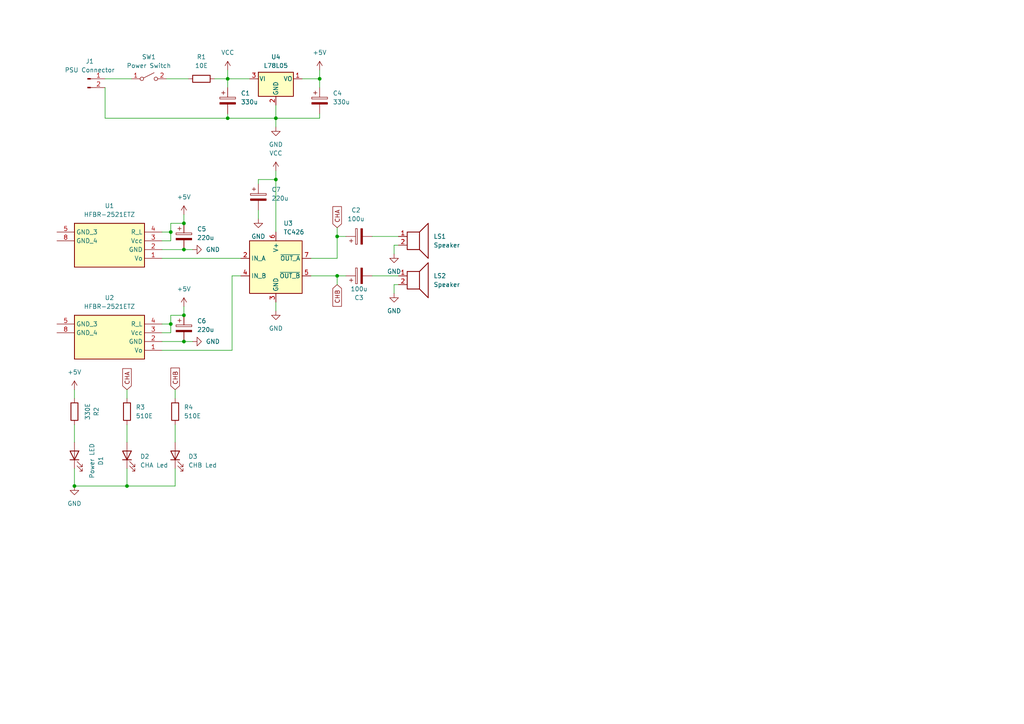
<source format=kicad_sch>
(kicad_sch (version 20230121) (generator eeschema)
  (paper "A4")
  (lib_symbols
    (symbol "Connector:Conn_01x02_Pin" (pin_names (offset 1.016) hide)
      (property "Reference" "J" (at 0 2.54 0))
      (property "Value" "Conn_01x02_Pin" (at 0 -5.08 0))
      (symbol "Conn_01x02_Pin_1_1"
        (polyline (pts (xy 1.27 -2.54) (xy 0.8636 -2.54)) (stroke (width 0.1524)))
        (polyline (pts (xy 1.27 0) (xy 0.8636 0)) (stroke (width 0.1524)))
        (rectangle (start 0.8636 -2.413) (end 0 -2.667) (stroke (width 0.1524)) (fill (type outline)))
        (rectangle (start 0.8636 0.127) (end 0 -0.127) (stroke (width 0.1524)) (fill (type outline)))
        (pin passive line (at 5.08 0 180) (length 3.81) (name "Pin_1") (number "1"))
        (pin passive line (at 5.08 -2.54 180) (length 3.81) (name "Pin_2") (number "2"))
      )
    )
    (symbol "Device:C_Polarized" (pin_numbers hide) (pin_names (offset 0.254))
      (property "Reference" "C" (at 0.635 2.54 0))
      (property "Value" "C_Polarized" (at 0.635 -2.54 0))
      (symbol "C_Polarized_0_1"
        (rectangle (start -2.286 0.508) (end 2.286 1.016))
        (polyline (pts (xy -1.778 2.286) (xy -0.762 2.286)))
        (polyline (pts (xy -1.27 2.794) (xy -1.27 1.778)))
        (rectangle (start 2.286 -0.508) (end -2.286 -1.016) (fill (type outline)))
      )
      (symbol "C_Polarized_1_1"
        (pin passive line (at 0 3.81 270) (length 2.794) (name "~") (number "1"))
        (pin passive line (at 0 -3.81 90) (length 2.794) (name "~") (number "2"))
      )
    )
    (symbol "Device:LED" (pin_numbers hide) (pin_names (offset 1.016) hide)
      (property "Reference" "D" (at 0 2.54 0))
      (property "Value" "LED" (at 0 -2.54 0))
      (symbol "LED_0_1"
        (polyline (pts (xy -1.27 -1.27) (xy -1.27 1.27)) (stroke (width 0.254)))
        (polyline (pts (xy -1.27 0) (xy 1.27 0)))
        (polyline (pts (xy 1.27 -1.27) (xy 1.27 1.27) (xy -1.27 0) (xy 1.27 -1.27)) (stroke (width 0.254)))
        (polyline (pts (xy -3.048 -0.762) (xy -4.572 -2.286) (xy -3.81 -2.286) (xy -4.572 -2.286) (xy -4.572 -1.524)))
        (polyline (pts (xy -1.778 -0.762) (xy -3.302 -2.286) (xy -2.54 -2.286) (xy -3.302 -2.286) (xy -3.302 -1.524)))
      )
      (symbol "LED_1_1"
        (pin passive line (at -3.81 0 0) (length 2.54) (name "K") (number "1"))
        (pin passive line (at 3.81 0 180) (length 2.54) (name "A") (number "2"))
      )
    )
    (symbol "Device:R" (pin_numbers hide) (pin_names (offset 0))
      (property "Reference" "R" (at 2.032 0 90))
      (property "Value" "R" (at 0 0 90))
      (symbol "R_0_1"
        (rectangle (start -1.016 -2.54) (end 1.016 2.54) (stroke (width 0.254)))
      )
      (symbol "R_1_1"
        (pin passive line (at 0 3.81 270) (length 1.27) (name "~") (number "1"))
        (pin passive line (at 0 -3.81 90) (length 1.27) (name "~") (number "2"))
      )
    )
    (symbol "Device:Speaker" (pin_names (offset 0) hide)
      (property "Reference" "LS" (at 1.27 5.715 0))
      (property "Value" "Speaker" (at 1.27 3.81 0))
      (symbol "Speaker_0_0"
        (rectangle (start -2.54 1.27) (end 1.016 -3.81) (stroke (width 0.254)))
        (polyline (pts (xy 1.016 1.27) (xy 3.556 3.81) (xy 3.556 -6.35) (xy 1.016 -3.81)) (stroke (width 0.254)))
      )
      (symbol "Speaker_1_1"
        (pin input line (at -5.08 0 0) (length 2.54) (name "1") (number "1"))
        (pin input line (at -5.08 -2.54 0) (length 2.54) (name "2") (number "2"))
      )
    )
    (symbol "Driver_FET:EL7212CN"
      (property "Reference" "U" (at -7.62 8.89 0))
      (property "Value" "EL7212CN" (at 1.27 8.89 0))
      (symbol "EL7212CN_0_1"
        (rectangle (start -7.62 -7.62) (end 7.62 7.62) (stroke (width 0.254)) (fill (type background)))
      )
      (symbol "EL7212CN_1_1"
        (pin no_connect line (at -7.62 0 0) (length 2.54) hide (name "NC") (number "1"))
        (pin input line (at -10.16 2.54 0) (length 2.54) (name "IN_A") (number "2"))
        (pin power_in line (at 0 -10.16 90) (length 2.54) (name "GND") (number "3"))
        (pin input line (at -10.16 -2.54 0) (length 2.54) (name "IN_B") (number "4"))
        (pin output line (at 10.16 -2.54 180) (length 2.54) (name "~{OUT_B}") (number "5"))
        (pin power_in line (at 0 10.16 270) (length 2.54) (name "V+") (number "6"))
        (pin output line (at 10.16 2.54 180) (length 2.54) (name "~{OUT_A}") (number "7"))
        (pin no_connect line (at 7.62 0 180) (length 2.54) hide (name "NC") (number "8"))
      )
    )
    (symbol "HFBR-2521ETZ_1"
      (property "Reference" "U1" (at 15.24 7.62 0))
      (property "Value" "HFBR-2521ETZ" (at 15.24 5.08 0))
      (symbol "HFBR-2521ETZ_1_1_1"
        (rectangle (start 5.08 2.54) (end 25.4 -10.16) (stroke (width 0.254)) (fill (type background)))
        (pin passive line (at 30.48 -7.62 180) (length 5.08) (name "Vo") (number "1"))
        (pin passive line (at 30.48 -5.08 180) (length 5.08) (name "GND") (number "2"))
        (pin passive line (at 30.48 -2.54 180) (length 5.08) (name "Vcc") (number "3"))
        (pin passive line (at 30.48 0 180) (length 5.08) (name "R_L") (number "4"))
        (pin passive line (at 0 0 0) (length 5.08) (name "GND_3") (number "5"))
        (pin passive line (at 0 -2.54 0) (length 5.08) (name "GND_4") (number "8"))
      )
    )
    (symbol "Regulator_Linear:L78L05_TO92" (pin_names (offset 0.254))
      (property "Reference" "U" (at -3.81 3.175 0))
      (property "Value" "L78L05_TO92" (at 0 3.175 0))
      (symbol "L78L05_TO92_0_1"
        (rectangle (start -5.08 -5.08) (end 5.08 1.905) (stroke (width 0.254)) (fill (type background)))
      )
      (symbol "L78L05_TO92_1_1"
        (pin power_out line (at 7.62 0 180) (length 2.54) (name "VO") (number "1"))
        (pin power_in line (at 0 -7.62 90) (length 2.54) (name "GND") (number "2"))
        (pin power_in line (at -7.62 0 0) (length 2.54) (name "VI") (number "3"))
      )
    )
    (symbol "Switch:SW_SPST" (pin_names (offset 0) hide)
      (property "Reference" "SW" (at 0 3.175 0))
      (property "Value" "SW_SPST" (at 0 -2.54 0))
      (symbol "SW_SPST_0_0"
        (circle (center -2.032 0) (radius 0.508))
        (polyline (pts (xy -1.524 0.254) (xy 1.524 1.778)))
        (circle (center 2.032 0) (radius 0.508))
      )
      (symbol "SW_SPST_1_1"
        (pin passive line (at -5.08 0 0) (length 2.54) (name "A") (number "1"))
        (pin passive line (at 5.08 0 180) (length 2.54) (name "B") (number "2"))
      )
    )
    (symbol "power:+5V" (power) (pin_names (offset 0))
      (property "Value" "+5V" (at 0 3.556 0))
      (symbol "+5V_0_1"
        (polyline (pts (xy -0.762 1.27) (xy 0 2.54)))
        (polyline (pts (xy 0 0) (xy 0 2.54)))
        (polyline (pts (xy 0 2.54) (xy 0.762 1.27)))
      )
      (symbol "+5V_1_1"
        (pin power_in line (at 0 0 90) (length 0) hide (name "+5V") (number "1"))
      )
    )
    (symbol "power:GND" (power) (pin_names (offset 0))
      (property "Value" "GND" (at 0 -3.81 0))
      (symbol "GND_0_1"
        (polyline (pts (xy 0 0) (xy 0 -1.27) (xy 1.27 -1.27) (xy 0 -2.54) (xy -1.27 -1.27) (xy 0 -1.27)))
      )
      (symbol "GND_1_1"
        (pin power_in line (at 0 0 270) (length 0) hide (name "GND") (number "1"))
      )
    )
    (symbol "power:VCC" (power) (pin_names (offset 0))
      (property "Value" "VCC" (at 0 3.81 0))
      (symbol "VCC_0_1"
        (polyline (pts (xy -0.762 1.27) (xy 0 2.54)))
        (polyline (pts (xy 0 0) (xy 0 2.54)))
        (polyline (pts (xy 0 2.54) (xy 0.762 1.27)))
      )
      (symbol "VCC_1_1"
        (pin power_in line (at 0 0 90) (length 0) hide (name "VCC") (number "1"))
      )
    )
  )
  (junction (at 21.59 140.97))
  (junction (at 66.04 34.29))
  (junction (at 49.53 67.31))
  (junction (at 36.83 140.97))
  (junction (at 53.34 64.77))
  (junction (at 53.34 99.06))
  (junction (at 97.79 68.58))
  (junction (at 53.34 91.44))
  (junction (at 53.34 72.39))
  (junction (at 66.04 22.86))
  (junction (at 92.71 22.86))
  (junction (at 80.01 52.07))
  (junction (at 80.01 34.29))
  (junction (at 49.53 93.98))
  (junction (at 97.79 80.01))
  (wire (pts (xy 53.34 64.77) (xy 49.53 64.77)))
  (wire (pts (xy 97.79 68.58) (xy 97.79 74.93)))
  (wire (pts (xy 80.01 52.07) (xy 80.01 67.31)))
  (wire (pts (xy 49.53 93.98) (xy 49.53 96.52)))
  (wire (pts (xy 46.99 74.93) (xy 69.85 74.93)))
  (wire (pts (xy 107.95 68.58) (xy 115.57 68.58)))
  (wire (pts (xy 36.83 135.89) (xy 36.83 140.97)))
  (wire (pts (xy 21.59 140.97) (xy 36.83 140.97)))
  (wire (pts (xy 74.93 52.07) (xy 80.01 52.07)))
  (wire (pts (xy 53.34 88.9) (xy 53.34 91.44)))
  (wire (pts (xy 53.34 72.39) (xy 55.88 72.39)))
  (wire (pts (xy 50.8 113.03) (xy 50.8 115.57)))
  (wire (pts (xy 66.04 20.32) (xy 66.04 22.86)))
  (wire (pts (xy 114.3 71.12) (xy 115.57 71.12)))
  (wire (pts (xy 66.04 22.86) (xy 66.04 25.4)))
  (wire (pts (xy 114.3 82.55) (xy 115.57 82.55)))
  (wire (pts (xy 92.71 20.32) (xy 92.71 22.86)))
  (wire (pts (xy 36.83 140.97) (xy 50.8 140.97)))
  (wire (pts (xy 30.48 25.4) (xy 30.48 34.29)))
  (wire (pts (xy 114.3 73.66) (xy 114.3 71.12)))
  (wire (pts (xy 48.26 22.86) (xy 54.61 22.86)))
  (wire (pts (xy 46.99 101.6) (xy 67.31 101.6)))
  (wire (pts (xy 36.83 123.19) (xy 36.83 128.27)))
  (wire (pts (xy 46.99 99.06) (xy 53.34 99.06)))
  (wire (pts (xy 49.53 91.44) (xy 49.53 93.98)))
  (wire (pts (xy 50.8 123.19) (xy 50.8 128.27)))
  (wire (pts (xy 74.93 60.96) (xy 74.93 63.5)))
  (wire (pts (xy 80.01 87.63) (xy 80.01 90.17)))
  (wire (pts (xy 50.8 140.97) (xy 50.8 135.89)))
  (wire (pts (xy 49.53 67.31) (xy 49.53 69.85)))
  (wire (pts (xy 107.95 80.01) (xy 115.57 80.01)))
  (wire (pts (xy 80.01 49.53) (xy 80.01 52.07)))
  (wire (pts (xy 46.99 93.98) (xy 49.53 93.98)))
  (wire (pts (xy 21.59 135.89) (xy 21.59 140.97)))
  (wire (pts (xy 30.48 22.86) (xy 38.1 22.86)))
  (wire (pts (xy 53.34 62.23) (xy 53.34 64.77)))
  (wire (pts (xy 114.3 85.09) (xy 114.3 82.55)))
  (wire (pts (xy 92.71 34.29) (xy 92.71 33.02)))
  (wire (pts (xy 49.53 96.52) (xy 46.99 96.52)))
  (wire (pts (xy 97.79 74.93) (xy 90.17 74.93)))
  (wire (pts (xy 21.59 123.19) (xy 21.59 128.27)))
  (wire (pts (xy 30.48 34.29) (xy 66.04 34.29)))
  (wire (pts (xy 87.63 22.86) (xy 92.71 22.86)))
  (wire (pts (xy 46.99 67.31) (xy 49.53 67.31)))
  (wire (pts (xy 74.93 53.34) (xy 74.93 52.07)))
  (wire (pts (xy 67.31 80.01) (xy 69.85 80.01)))
  (wire (pts (xy 36.83 113.03) (xy 36.83 115.57)))
  (wire (pts (xy 66.04 33.02) (xy 66.04 34.29)))
  (wire (pts (xy 80.01 34.29) (xy 92.71 34.29)))
  (wire (pts (xy 67.31 101.6) (xy 67.31 80.01)))
  (wire (pts (xy 62.23 22.86) (xy 66.04 22.86)))
  (wire (pts (xy 90.17 80.01) (xy 97.79 80.01)))
  (wire (pts (xy 80.01 34.29) (xy 80.01 36.83)))
  (wire (pts (xy 80.01 34.29) (xy 66.04 34.29)))
  (wire (pts (xy 97.79 80.01) (xy 100.33 80.01)))
  (wire (pts (xy 21.59 113.03) (xy 21.59 115.57)))
  (wire (pts (xy 97.79 80.01) (xy 97.79 82.55)))
  (wire (pts (xy 53.34 91.44) (xy 49.53 91.44)))
  (wire (pts (xy 66.04 22.86) (xy 72.39 22.86)))
  (wire (pts (xy 49.53 64.77) (xy 49.53 67.31)))
  (wire (pts (xy 53.34 99.06) (xy 55.88 99.06)))
  (wire (pts (xy 49.53 69.85) (xy 46.99 69.85)))
  (wire (pts (xy 80.01 30.48) (xy 80.01 34.29)))
  (wire (pts (xy 97.79 66.04) (xy 97.79 68.58)))
  (wire (pts (xy 92.71 22.86) (xy 92.71 25.4)))
  (wire (pts (xy 97.79 68.58) (xy 100.33 68.58)))
  (wire (pts (xy 46.99 72.39) (xy 53.34 72.39)))
  (global_label "CHA" (shape input) (at 36.83 113.03 90) (property "Intersheetrefs" "${INTERSHEET_REFS}" (effects hide)))
  (global_label "CHA" (shape input) (at 97.79 66.04 90) (property "Intersheetrefs" "${INTERSHEET_REFS}" (effects hide)))
  (global_label "CHB" (shape input) (at 97.79 82.55 270) (property "Intersheetrefs" "${INTERSHEET_REFS}" (effects hide)))
  (global_label "CHB" (shape input) (at 50.8 113.03 90) (property "Intersheetrefs" "${INTERSHEET_REFS}" (effects hide)))
  (symbol (lib_id "Device:C_Polarized") (at 92.71 29.21 0) (unit 1)
    (property "Reference" "C4" (at 96.52 27.051 0) (effects (justify left)))
    (property "Value" "330u" (at 96.52 29.591 0) (effects (justify left)))
  )
  (symbol (lib_id "power:GND") (at 80.01 36.83 0) (unit 1)
    (property "Reference" "#PWR01" (effects hide))
    (property "Value" "GND" (at 80.01 41.91 0))
  )
  (symbol (lib_id "power:+5V") (at 21.59 113.03 0) (unit 1)
    (property "Reference" "#PWR013" (effects hide))
    (property "Value" "+5V" (at 21.59 107.95 0))
  )
  (symbol (lib_id "Device:R") (at 58.42 22.86 90) (unit 1)
    (property "Reference" "R1" (at 58.42 16.51 90))
    (property "Value" "10E" (at 58.42 19.05 90))
  )
  (symbol (lib_id "Device:LED") (at 21.59 132.08 90) (unit 1)
    (property "Reference" "D1" (at 29.21 133.6675 0))
    (property "Value" "Power LED" (at 26.67 133.6675 0))
  )
  (symbol (lib_id "power:GND") (at 74.93 63.5 0) (unit 1)
    (property "Reference" "#PWR09" (effects hide))
    (property "Value" "GND" (at 74.93 68.58 0))
  )
  (symbol (lib_id "Driver_FET:EL7212CN") (at 80.01 77.47 0) (unit 1)
    (property "Reference" "U3" (at 82.2041 64.77 0) (effects (justify left)))
    (property "Value" "TC426" (at 82.2041 67.31 0) (effects (justify left)))
  )
  (symbol (lib_id "Device:R") (at 36.83 119.38 180) (unit 1)
    (property "Reference" "R3" (at 39.37 118.11 0) (effects (justify right)))
    (property "Value" "510E" (at 39.37 120.65 0) (effects (justify right)))
  )
  (symbol (lib_id "power:GND") (at 55.88 99.06 90) (unit 1)
    (property "Reference" "#PWR06" (effects hide))
    (property "Value" "GND" (at 59.69 99.06 90) (effects (justify right)))
  )
  (symbol (lib_id "Device:C_Polarized") (at 104.14 68.58 90) (unit 1)
    (property "Reference" "C2" (at 103.251 60.96 90))
    (property "Value" "100u" (at 103.251 63.5 90))
  )
  (symbol (lib_id "power:+5V") (at 53.34 62.23 0) (unit 1)
    (property "Reference" "#PWR04" (effects hide))
    (property "Value" "+5V" (at 53.34 57.15 0))
  )
  (symbol (lib_id "power:+5V") (at 92.71 20.32 0) (unit 1)
    (property "Reference" "#PWR03" (effects hide))
    (property "Value" "+5V" (at 92.71 15.24 0))
  )
  (symbol (lib_id "power:GND") (at 21.59 140.97 0) (unit 1)
    (property "Reference" "#PWR014" (effects hide))
    (property "Value" "GND" (at 21.59 146.05 0))
  )
  (symbol (lib_id "Device:C_Polarized") (at 74.93 57.15 0) (unit 1)
    (property "Reference" "C7" (at 78.74 54.991 0) (effects (justify left)))
    (property "Value" "220u" (at 78.74 57.531 0) (effects (justify left)))
  )
  (symbol (lib_name "HFBR-2521ETZ_1") (lib_id "FibreReceiver:HFBR-2521ETZ") (at 16.51 93.98 0) (unit 1)
    (property "Reference" "U2" (at 31.75 86.36 0))
    (property "Value" "HFBR-2521ETZ" (at 31.75 88.9 0))
    (property "Footprint" "HFBR2521ETZ" (effects hide))
    (property "Datasheet" "https://docs.broadcom.com/docs/AV02-3283EN" (effects hide))
    (property "Height" "7.6" (effects hide))
    (property "Mouser Part Number" "630-HFBR-2521ETZ" (effects hide))
    (property "Mouser Price/Stock" "https://www.mouser.co.uk/ProductDetail/Broadcom-Avago/HFBR-2521ETZ?qs=R5enTUWy33qNgM9Jzpsqdw%3D%3D" (effects hide))
    (property "Manufacturer_Name" "Avago Technologies" (effects hide))
    (property "Manufacturer_Part_Number" "HFBR-2521ETZ" (effects hide))
  )
  (symbol (lib_id "Device:Speaker") (at 120.65 80.01 0) (unit 1)
    (property "Reference" "LS2" (at 125.73 80.01 0) (effects (justify left)))
    (property "Value" "Speaker" (at 125.73 82.55 0) (effects (justify left)))
  )
  (symbol (lib_id "Connector:Conn_01x02_Pin") (at 25.4 22.86 0) (unit 1)
    (property "Reference" "J1" (at 26.035 17.78 0))
    (property "Value" "PSU Connector" (at 26.035 20.32 0))
  )
  (symbol (lib_id "Device:Speaker") (at 120.65 68.58 0) (unit 1)
    (property "Reference" "LS1" (at 125.73 68.58 0) (effects (justify left)))
    (property "Value" "Speaker" (at 125.73 71.12 0) (effects (justify left)))
  )
  (symbol (lib_id "Device:C_Polarized") (at 53.34 95.25 0) (unit 1)
    (property "Reference" "C6" (at 57.15 93.091 0) (effects (justify left)))
    (property "Value" "220u" (at 57.15 95.631 0) (effects (justify left)))
  )
  (symbol (lib_name "HFBR-2521ETZ_1") (lib_id "FibreReceiver:HFBR-2521ETZ") (at 16.51 67.31 0) (unit 1)
    (property "Reference" "U1" (at 31.75 59.69 0))
    (property "Value" "HFBR-2521ETZ" (at 31.75 62.23 0))
    (property "Footprint" "HFBR2521ETZ" (effects hide))
    (property "Datasheet" "https://docs.broadcom.com/docs/AV02-3283EN" (effects hide))
    (property "Height" "7.6" (effects hide))
    (property "Mouser Part Number" "630-HFBR-2521ETZ" (effects hide))
    (property "Mouser Price/Stock" "https://www.mouser.co.uk/ProductDetail/Broadcom-Avago/HFBR-2521ETZ?qs=R5enTUWy33qNgM9Jzpsqdw%3D%3D" (effects hide))
    (property "Manufacturer_Name" "Avago Technologies" (effects hide))
    (property "Manufacturer_Part_Number" "HFBR-2521ETZ" (effects hide))
  )
  (symbol (lib_id "Switch:SW_SPST") (at 43.18 22.86 0) (unit 1)
    (property "Reference" "SW1" (at 43.18 16.51 0))
    (property "Value" "Power Switch" (at 43.18 19.05 0))
  )
  (symbol (lib_id "Device:LED") (at 50.8 132.08 90) (unit 1)
    (property "Reference" "D3" (at 54.61 132.3975 90) (effects (justify right)))
    (property "Value" "CHB Led" (at 54.61 134.9375 90) (effects (justify right)))
  )
  (symbol (lib_id "power:+5V") (at 53.34 88.9 0) (unit 1)
    (property "Reference" "#PWR05" (effects hide))
    (property "Value" "+5V" (at 53.34 83.82 0))
  )
  (symbol (lib_id "Device:C_Polarized") (at 104.14 80.01 90) (unit 1)
    (property "Reference" "C3" (at 104.14 86.36 90))
    (property "Value" "100u" (at 104.14 83.82 90))
  )
  (symbol (lib_id "power:GND") (at 80.01 90.17 0) (unit 1)
    (property "Reference" "#PWR08" (effects hide))
    (property "Value" "GND" (at 80.01 95.25 0))
  )
  (symbol (lib_id "Device:R") (at 21.59 119.38 180) (unit 1)
    (property "Reference" "R2" (at 27.94 119.38 90))
    (property "Value" "330E" (at 25.4 119.38 90))
  )
  (symbol (lib_id "power:GND") (at 114.3 73.66 0) (unit 1)
    (property "Reference" "#PWR012" (effects hide))
    (property "Value" "GND" (at 114.3 78.74 0))
  )
  (symbol (lib_id "power:VCC") (at 80.01 49.53 0) (unit 1)
    (property "Reference" "#PWR010" (effects hide))
    (property "Value" "VCC" (at 80.01 44.45 0))
  )
  (symbol (lib_id "Device:LED") (at 36.83 132.08 90) (unit 1)
    (property "Reference" "D2" (at 40.64 132.3975 90) (effects (justify right)))
    (property "Value" "CHA Led" (at 40.64 134.9375 90) (effects (justify right)))
  )
  (symbol (lib_id "Device:C_Polarized") (at 53.34 68.58 0) (unit 1)
    (property "Reference" "C5" (at 57.15 66.421 0) (effects (justify left)))
    (property "Value" "220u" (at 57.15 68.961 0) (effects (justify left)))
  )
  (symbol (lib_id "power:GND") (at 114.3 85.09 0) (unit 1)
    (property "Reference" "#PWR011" (effects hide))
    (property "Value" "GND" (at 114.3 90.17 0))
  )
  (symbol (lib_id "Device:R") (at 50.8 119.38 180) (unit 1)
    (property "Reference" "R4" (at 53.34 118.11 0) (effects (justify right)))
    (property "Value" "510E" (at 53.34 120.65 0) (effects (justify right)))
  )
  (symbol (lib_id "power:VCC") (at 66.04 20.32 0) (unit 1)
    (property "Reference" "#PWR02" (effects hide))
    (property "Value" "VCC" (at 66.04 15.24 0))
  )
  (symbol (lib_id "power:GND") (at 55.88 72.39 90) (unit 1)
    (property "Reference" "#PWR07" (effects hide))
    (property "Value" "GND" (at 59.69 72.39 90) (effects (justify right)))
  )
  (symbol (lib_id "Device:C_Polarized") (at 66.04 29.21 0) (unit 1)
    (property "Reference" "C1" (at 69.85 27.051 0) (effects (justify left)))
    (property "Value" "330u" (at 69.85 29.591 0) (effects (justify left)))
  )
  (symbol (lib_id "Regulator_Linear:L78L05_TO92") (at 80.01 22.86 0) (unit 1)
    (property "Reference" "U4" (at 80.01 16.51 0))
    (property "Value" "L78L05" (at 80.01 19.05 0))
    (property "Footprint" "Package_TO_SOT_THT:TO-92_Inline" (effects hide))
    (property "Datasheet" "http://www.st.com/content/ccc/resource/technical/document/datasheet/15/55/e5/aa/23/5b/43/fd/CD00000446.pdf/files/CD00000446.pdf/jcr:content/translations/en.CD00000446.pdf" (effects hide))
  )
)
</source>
